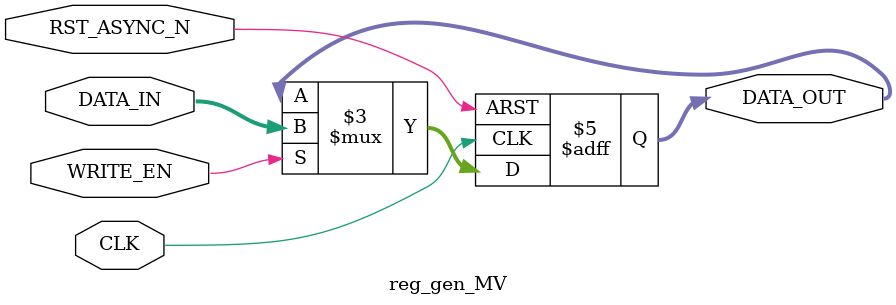
<source format=v>
/*-----------------------------------------------------------------------------------
* File: reg_gen_MV.v
* Date generated: 25/03/2023
* Date modified: 11/05/2023
* Author: Bruna Suemi Nagai
* Description: Stores the X and Y components of the MV generator output
*----------------------------------------------------------------------------------- */

module reg_gen_MV (
    CLK,
    RST_ASYNC_N, 
    WRITE_EN,
    DATA_IN,  
    DATA_OUT
);


// ------------------------------------------
// IO declaration
// ------------------------------------------
    input CLK;                              // Clock
    input RST_ASYNC_N;						// Asynchronous reset
    input WRITE_EN;							// Enables writing
    input signed [18:0] DATA_IN;			// Data in
    output reg signed [18:0] DATA_OUT;	    // Data out
    

// ------------------------------------------
// Sequential logic
// ------------------------------------------
always @(posedge CLK, negedge RST_ASYNC_N) begin
if (!RST_ASYNC_N)                        // If rst async is low
    begin
            DATA_OUT <= 19'b0;
    end
    
    else if (WRITE_EN) 		 			    // If write enable is high
    begin
        DATA_OUT <= DATA_IN; 			    // Write data to the register at the specified address
    end 
end

endmodule // reg_gen_MV
    
</source>
